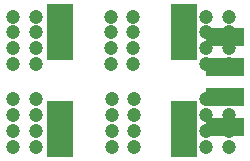
<source format=gbs>
G04*
G04 #@! TF.GenerationSoftware,Altium Limited,Altium Designer,22.5.1 (42)*
G04*
G04 Layer_Color=16711935*
%FSLAX25Y25*%
%MOIN*%
G70*
G04*
G04 #@! TF.SameCoordinates,FB260EB1-7277-4AC5-AAB9-1C9609E669AC*
G04*
G04*
G04 #@! TF.FilePolarity,Negative*
G04*
G01*
G75*
%ADD14C,0.04737*%
%ADD18R,0.08858X0.18701*%
%ADD19R,0.12611X0.06312*%
D14*
X473526Y300787D02*
D03*
Y306037D02*
D03*
Y311286D02*
D03*
Y316535D02*
D03*
X481049Y316535D02*
D03*
Y311286D02*
D03*
Y306037D02*
D03*
Y300787D02*
D03*
X442009Y300787D02*
D03*
Y306037D02*
D03*
Y311286D02*
D03*
Y316535D02*
D03*
X449532Y316535D02*
D03*
Y311286D02*
D03*
Y306037D02*
D03*
Y300787D02*
D03*
X416775D02*
D03*
Y306037D02*
D03*
Y311286D02*
D03*
Y316535D02*
D03*
X409252Y316535D02*
D03*
Y311286D02*
D03*
Y306037D02*
D03*
Y300787D02*
D03*
X481112Y328346D02*
D03*
Y333596D02*
D03*
Y338845D02*
D03*
Y344094D02*
D03*
X473589Y344094D02*
D03*
Y338845D02*
D03*
Y333596D02*
D03*
Y328346D02*
D03*
X449221Y328346D02*
D03*
Y333596D02*
D03*
Y338845D02*
D03*
Y344094D02*
D03*
X441698Y344094D02*
D03*
Y338845D02*
D03*
Y333596D02*
D03*
Y328346D02*
D03*
X416677Y344094D02*
D03*
Y338845D02*
D03*
Y333596D02*
D03*
Y328346D02*
D03*
X409154Y328346D02*
D03*
Y333596D02*
D03*
Y338845D02*
D03*
Y344094D02*
D03*
D18*
X466043Y306594D02*
D03*
X424705D02*
D03*
X466043Y339075D02*
D03*
X424705D02*
D03*
D19*
X479823Y307362D02*
D03*
Y317362D02*
D03*
Y327362D02*
D03*
Y337362D02*
D03*
M02*

</source>
